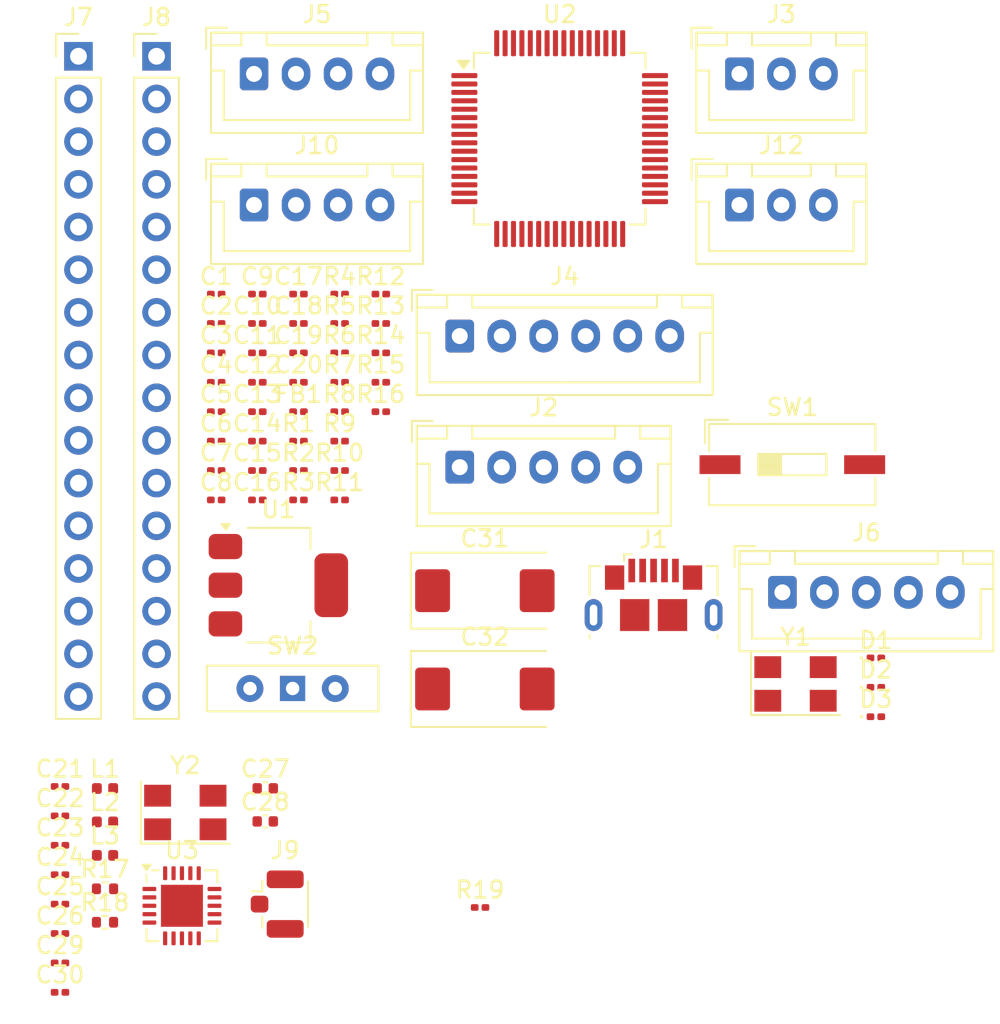
<source format=kicad_pcb>
(kicad_pcb (version 20240108) (generator "pcbnew") (generator_version "8.0")
  (layers (0 "F.Cu" signal) (31 "B.Cu" signal) (34 "B.Paste" user) (35 "F.Paste" user) (36 "B.SilkS" user "B.Silkscreen") (37 "F.SilkS" user "F.Silkscreen") (38 "B.Mask" user) (39 "F.Mask" user) (44 "Edge.Cuts" user))
  (net 0 "")
  (net 1 "+3.3V")
  (net 2 "GND")
  (net 3 "+3.3VA")
  (net 4 "/nRST")
  (net 5 "Net-(U2-VCAP_2)")
  (net 6 "Net-(U2-VCAP_1)")
  (net 7 "Net-(C13-Pad1)")
  (net 8 "Net-(C14-Pad1)")
  (net 9 "+5V")
  (net 10 "/Motor Temp")
  (net 11 "/HALL_A")
  (net 12 "/HALL_B")
  (net 13 "/HALL_C")
  (net 14 "Net-(U3-DVDD)")
  (net 15 "Net-(U3-XC2)")
  (net 16 "Net-(U3-XC1)")
  (net 17 "Net-(J9-In)")
  (net 18 "Net-(C27-Pad1)")
  (net 19 "Net-(U3-VDD_PA)")
  (net 20 "Net-(D1-K)")
  (net 21 "/LED_GREEN")
  (net 22 "Net-(D2-K)")
  (net 23 "Net-(D3-K)")
  (net 24 "/LED_BLUE")
  (net 25 "Net-(J1-D+)")
  (net 26 "Net-(J1-VBUS)")
  (net 28 "Net-(J1-D-)")
  (net 29 "/SWDIO")
  (net 30 "/SWCLK")
  (net 31 "/ADC_15")
  (net 32 "Net-(J4-Pin_3)")
  (net 33 "Net-(J4-Pin_2)")
  (net 34 "Net-(J4-Pin_4)")
  (net 35 "/SCL")
  (net 36 "/SDA")
  (net 37 "/S810_CLK")
  (net 38 "/Battery_Level")
  (net 39 "/PB2")
  (net 40 "/Mosfet_temp")
  (net 41 "/Current_Phase_A")
  (net 42 "/Current_Phase_B")
  (net 43 "/Voltage_2")
  (net 44 "/Voltage_1")
  (net 45 "/Current_Phase_C")
  (net 46 "/PC14")
  (net 47 "/PC13")
  (net 49 "/Voltage_3")
  (net 50 "/PC15")
  (net 51 "/input_HC")
  (net 52 "/FAULT")
  (net 53 "/PD2")
  (net 54 "/EN_GATE")
  (net 55 "/SPI3_MOSI")
  (net 56 "/input_HB")
  (net 57 "/PC9")
  (net 58 "/input_LC")
  (net 59 "/input_LA")
  (net 60 "/input_LB")
  (net 61 "/SPI3_MISO")
  (net 62 "/input_HA")
  (net 63 "/SPI3_CS")
  (net 64 "/SPI3_SCLK")
  (net 65 "/BrakeR_EXTI3")
  (net 66 "/BrakeL_EXTI2")
  (net 67 "/PAS_EXTI1")
  (net 68 "Net-(U3-ANT2)")
  (net 69 "Net-(U3-ANT1)")
  (net 70 "Net-(U2-BOOT0)")
  (net 71 "/SW_Boot0")
  (net 72 "Net-(U2-PH1)")
  (net 73 "Net-(U2-PH0)")
  (net 74 "/USB_DM")
  (net 75 "/USB_DP")
  (net 76 "Net-(U3-IREF)")
  (net 77 "/S810_TX")
  (net 78 "/nrf_SCK")
  (net 79 "/S810_RX")
  (net 80 "/nrf_CSN")
  (net 81 "/nrf_MISO")
  (net 82 "/nrf_MOSI")
  (net 83 "/nrf/IRQ")
  (footprint "Resistor_SMD:R_0201_0603Metric" (layer "F.Cu") (at 144.345 100.5)
    (property "Reference" "R2" (at 0 -1.05 0) (layer "F.SilkS"))
    (property "Value" "0R")
    (pad "1" smd roundrect (at -0.32 0) (size 0.46 0.4) (layers "F.Cu" "F.Mask") (net 8 "Net-(C14-Pad1)"))
    (pad "2" smd roundrect (at 0.32 0) (size 0.46 0.4) (layers "F.Cu" "F.Mask") (net 72 "Net-(U2-PH1)"))
  )
  (footprint "Capacitor_SMD:C_0201_0603Metric" (layer "F.Cu") (at 139.445 102.25)
    (property "Reference" "C8" (at 0 -1.05 0) (layer "F.SilkS"))
    (property "Value" "1u")
    (pad "1" smd roundrect (at -0.32 0) (size 0.46 0.4) (layers "F.Cu" "F.Mask") (net 3 "+3.3VA"))
    (pad "2" smd roundrect (at 0.32 0) (size 0.46 0.4) (layers "F.Cu" "F.Mask") (net 2 "GND"))
  )
  (footprint "Capacitor_SMD:C_0201_0603Metric" (layer "F.Cu") (at 144.345 95.25)
    (property "Reference" "C20" (at 0 -1.05 0) (layer "F.SilkS"))
    (property "Value" "4.7n")
    (pad "1" smd roundrect (at -0.32 0) (size 0.46 0.4) (layers "F.Cu" "F.Mask") (net 13 "/HALL_C"))
    (pad "2" smd roundrect (at 0.32 0) (size 0.46 0.4) (layers "F.Cu" "F.Mask") (net 2 "GND"))
  )
  (footprint "Capacitor_SMD:C_0201_0603Metric" (layer "F.Cu") (at 130.145 128.05)
    (property "Reference" "C26" (at 0 -1.05 0) (layer "F.SilkS"))
    (property "Value" "100n")
    (pad "1" smd roundrect (at -0.32 0) (size 0.46 0.4) (layers "F.Cu" "F.Mask") (net 1 "+3.3V"))
    (pad "2" smd roundrect (at 0.32 0) (size 0.46 0.4) (layers "F.Cu" "F.Mask") (net 2 "GND"))
  )
  (footprint "Capacitor_SMD:C_0201_0603Metric" (layer "F.Cu") (at 139.445 93.5)
    (property "Reference" "C3" (at 0 -1.05 0) (layer "F.SilkS"))
    (property "Value" "100n")
    (pad "1" smd roundrect (at -0.32 0) (size 0.46 0.4) (layers "F.Cu" "F.Mask") (net 1 "+3.3V"))
    (pad "2" smd roundrect (at 0.32 0) (size 0.46 0.4) (layers "F.Cu" "F.Mask") (net 2 "GND"))
  )
  (footprint "Connector_JST:JST_XH_B6B-XH-A_1x06_P2.50mm_Vertical" (layer "F.Cu") (at 153.945 92.5)
    (property "Reference" "J4" (at 6.25 -3.55 0) (layer "F.SilkS"))
    (property "Value" "Conn_01x06")
    (pad "1" thru_hole roundrect (at 0 0) (size 1.7 1.95) (drill 0.95) (layers "*.Cu" "*.Mask") (roundrect_rratio 0.147059) (net 2 "GND"))
    (pad "2" thru_hole oval (at 2.5 0) (size 1.7 1.95) (drill 0.95) (layers "*.Cu" "*.Mask") (net 33 "Net-(J4-Pin_2)"))
    (pad "3" thru_hole oval (at 5 0) (size 1.7 1.95) (drill 0.95) (layers "*.Cu" "*.Mask") (net 32 "Net-(J4-Pin_3)"))
    (pad "4" thru_hole oval (at 7.5 0) (size 1.7 1.95) (drill 0.95) (layers "*.Cu" "*.Mask") (net 34 "Net-(J4-Pin_4)"))
    (pad "5" thru_hole oval (at 10 0) (size 1.7 1.95) (drill 0.95) (layers "*.Cu" "*.Mask") (net 10 "/Motor Temp"))
    (pad "6" thru_hole oval (at 12.5 0) (size 1.7 1.95) (drill 0.95) (layers "*.Cu" "*.Mask") (net 9 "+5V"))
  )
  (footprint "Capacitor_SMD:C_0201_0603Metric" (layer "F.Cu") (at 141.895 95.25)
    (property "Reference" "C12" (at 0 -1.05 0) (layer "F.SilkS"))
    (property "Value" "2.2u")
    (pad "1" smd roundrect (at -0.32 0) (size 0.46 0.4) (layers "F.Cu" "F.Mask") (net 6 "Net-(U2-VCAP_1)"))
    (pad "2" smd roundrect (at 0.32 0) (size 0.46 0.4) (layers "F.Cu" "F.Mask") (net 2 "GND"))
  )
  (footprint "Resistor_SMD:R_0201_0603Metric" (layer "F.Cu") (at 149.245 95.25)
    (property "Reference" "R15" (at 0 -1.05 0) (layer "F.SilkS"))
    (property "Value" "2.2k")
    (pad "1" smd roundrect (at -0.32 0) (size 0.46 0.4) (layers "F.Cu" "F.Mask") (net 1 "+3.3V"))
    (pad "2" smd roundrect (at 0.32 0) (size 0.46 0.4) (layers "F.Cu" "F.Mask") (net 33 "Net-(J4-Pin_2)"))
  )
  (footprint "Button_Switch_SMD:SW_DIP_SPSTx01_Slide_9.78x4.72mm_W8.61mm_P2.54mm" (layer "F.Cu") (at 173.745 100.15)
    (property "Reference" "SW1" (at 0 -3.42 0) (layer "F.SilkS"))
    (property "Value" "SW_DIP_x01")
    (pad "1" smd rect (at -4.305 0) (size 2.44 1.12) (layers "F.Cu" "F.Paste" "F.Mask") (net 2 "GND"))
    (pad "2" smd rect (at 4.305 0) (size 2.44 1.12) (layers "F.Cu" "F.Paste" "F.Mask") (net 4 "/nRST"))
  )
  (footprint "Capacitor_Tantalum_SMD:CP_EIA-7343-31_Kemet-D" (layer "F.Cu") (at 155.44 113.5)
    (property "Reference" "C32" (at 0 -3.1 0) (layer "F.SilkS"))
    (property "Value" "22u")
    (pad "1" smd roundrect (at -3.1125 0) (size 2.075 2.55) (layers "F.Cu" "F.Paste" "F.Mask") (roundrect_rratio 0.120482) (net 9 "+5V"))
    (pad "2" smd roundrect (at 3.1125 0) (size 2.075 2.55) (layers "F.Cu" "F.Paste" "F.Mask") (roundrect_rratio 0.120482) (net 2 "GND"))
  )
  (footprint "Resistor_SMD:R_0201_0603Metric" (layer "F.Cu") (at 146.795 93.5)
    (property "Reference" "R6" (at 0 -1.05 0) (layer "F.SilkS"))
    (property "Value" "22R")
    (pad "1" smd roundrect (at -0.32 0) (size 0.46 0.4) (layers "F.Cu" "F.Mask") (net 75 "/USB_DP"))
    (pad "2" smd roundrect (at 0.32 0) (size 0.46 0.4) (layers "F.Cu" "F.Mask") (net 25 "Net-(J1-D+)"))
  )
  (footprint "Capacitor_SMD:C_0402_1005Metric" (layer "F.Cu") (at 142.365 119.41)
    (property "Reference" "C27" (at 0 -1.16 0) (layer "F.SilkS"))
    (property "Value" "1.5p")
    (pad "1" smd roundrect (at -0.48 0) (size 0.56 0.62) (layers "F.Cu" "F.Paste" "F.Mask") (net 18 "Net-(C27-Pad1)"))
    (pad "2" smd roundrect (at 0.48 0) (size 0.56 0.62) (layers "F.Cu" "F.Paste" "F.Mask") (net 17 "Net-(J9-In)"))
  )
  (footprint "LED_SMD:LED_0201_0603Metric" (layer "F.Cu") (at 178.72 113.4)
    (property "Reference" "D2" (at 0 -1.05 0) (layer "F.SilkS"))
    (property "Value" "LED_GREEN")
    (pad "1" smd roundrect (at -0.32 0) (size 0.46 0.4) (layers "F.Cu" "F.Mask") (net 22 "Net-(D2-K)"))
    (pad "2" smd roundrect (at 0.32 0) (size 0.46 0.4) (layers "F.Cu" "F.Mask") (net 21 "/LED_GREEN"))
  )
  (footprint "Capacitor_SMD:C_0201_0603Metric" (layer "F.Cu") (at 130.145 122.8)
    (property "Reference" "C23" (at 0 -1.05 0) (layer "F.SilkS"))
    (property "Value" "100n")
    (pad "1" smd roundrect (at -0.32 0) (size 0.46 0.4) (layers "F.Cu" "F.Mask") (net 1 "+3.3V"))
    (pad "2" smd roundrect (at 0.32 0) (size 0.46 0.4) (layers "F.Cu" "F.Mask") (net 2 "GND"))
  )
  (footprint "Capacitor_SMD:C_0201_0603Metric" (layer "F.Cu") (at 144.345 93.5)
    (property "Reference" "C19" (at 0 -1.05 0) (layer "F.SilkS"))
    (property "Value" "4.7n")
    (pad "1" smd roundrect (at -0.32 0) (size 0.46 0.4) (layers "F.Cu" "F.Mask") (net 12 "/HALL_B"))
    (pad "2" smd roundrect (at 0.32 0) (size 0.46 0.4) (layers "F.Cu" "F.Mask") (net 2 "GND"))
  )
  (footprint "Capacitor_SMD:C_0201_0603Metric" (layer "F.Cu") (at 139.445 97)
    (property "Reference" "C5" (at 0 -1.05 0) (layer "F.SilkS"))
    (property "Value" "100n")
    (pad "1" smd roundrect (at -0.32 0) (size 0.46 0.4) (layers "F.Cu" "F.Mask") (net 1 "+3.3V"))
    (pad "2" smd roundrect (at 0.32 0) (size 0.46 0.4) (layers "F.Cu" "F.Mask") (net 2 "GND"))
  )
  (footprint "Capacitor_SMD:C_0201_0603Metric" (layer "F.Cu") (at 141.895 97)
    (property "Reference" "C13" (at 0 -1.05 0) (layer "F.SilkS"))
    (property "Value" "15p")
    (pad "1" smd roundrect (at -0.32 0) (size 0.46 0.4) (layers "F.Cu" "F.Mask") (net 7 "Net-(C13-Pad1)"))
    (pad "2" smd roundrect (at 0.32 0) (size 0.46 0.4) (layers "F.Cu" "F.Mask") (net 2 "GND"))
  )
  (footprint "Crystal:Crystal_SMD_5032-4Pin_5.0x3.2mm" (layer "F.Cu") (at 173.935 113.2)
    (property "Reference" "Y1" (at 0 -2.8 0) (layer "F.SilkS"))
    (property "Value" "8Mhz 10ppm")
    (pad "1" smd rect (at -1.65 1) (size 1.6 1.3) (layers "F.Cu" "F.Paste" "F.Mask") (net 8 "Net-(C14-Pad1)"))
    (pad "2" smd rect (at 1.65 1) (size 1.6 1.3) (layers "F.Cu" "F.Paste" "F.Mask") (net 2 "GND"))
    (pad "3" smd rect (at 1.65 -1) (size 1.6 1.3) (layers "F.Cu" "F.Paste" "F.Mask") (net 7 "Net-(C13-Pad1)"))
    (pad "4" smd rect (at -1.65 -1) (size 1.6 1.3) (layers "F.Cu" "F.Paste" "F.Mask") (net 2 "GND"))
  )
  (footprint "Connector_PinHeader_2.54mm:PinHeader_1x16_P2.54mm_Vertical" (layer "F.Cu") (at 135.895 75.85)
    (property "Reference" "J8" (at 0 -2.33 0) (layer "F.SilkS"))
    (property "Value" "Conn_01x16")
    (pad "1" thru_hole rect (at 0 0) (size 1.7 1.7) (drill 1) (layers "*.Cu" "*.Mask") (net 59 "/input_LA"))
    (pad "2" thru_hole oval (at 0 2.54) (size 1.7 1.7) (drill 1) (layers "*.Cu" "*.Mask") (net 60 "/input_LB"))
    (pad "3" thru_hole oval (at 0 5.08) (size 1.7 1.7) (drill 1) (layers "*.Cu" "*.Mask") (net 58 "/input_LC"))
    (pad "4" thru_hole oval (at 0 7.62) (size 1.7 1.7) (drill 1) (layers "*.Cu" "*.Mask") (net 57 "/PC9"))
    (pad "5" thru_hole oval (at 0 10.16) (size 1.7 1.7) (drill 1) (layers "*.Cu" "*.Mask") (net 62 "/input_HA"))
    (pad "6" thru_hole oval (at 0 12.7) (size 1.7 1.7) (drill 1) (layers "*.Cu" "*.Mask") (net 56 "/input_HB"))
    (pad "7" thru_hole oval (at 0 15.24) (size 1.7 1.7) (drill 1) (layers "*.Cu" "*.Mask") (net 51 "/input_HC"))
    (pad "8" thru_hole oval (at 0 17.78) (size 1.7 1.7) (drill 1) (layers "*.Cu" "*.Mask") (net 63 "/SPI3_CS"))
    (pad "9" thru_hole oval (at 0 20.32) (size 1.7 1.7) (drill 1) (layers "*.Cu" "*.Mask") (net 64 "/SPI3_SCLK"))
    (pad "10" thru_hole oval (at 0 22.86) (size 1.7 1.7) (drill 1) (layers "*.Cu" "*.Mask") (net 61 "/SPI3_MISO"))
    (pad "11" thru_hole oval (at 0 25.4) (size 1.7 1.7) (drill 1) (layers "*.Cu" "*.Mask") (net 55 "/SPI3_MOSI"))
    (pad "12" thru_hole oval (at 0 27.94) (size 1.7 1.7) (drill 1) (layers "*.Cu" "*.Mask") (net 53 "/PD2"))
    (pad "13" thru_hole oval (at 0 30.48) (size 1.7 1.7) (drill 1) (layers "*.Cu" "*.Mask") (net 54 "/EN_GATE"))
    (pad "14" thru_hole oval (at 0 33.02) (size 1.7 1.7) (drill 1) (layers "*.Cu" "*.Mask") (net 52 "/FAULT"))
    (pad "15" thru_hole oval (at 0 35.56) (size 1.7 1.7) (drill 1) (layers "*.Cu" "*.Mask") (net 1 "+3.3V"))
    (pad "16" thru_hole oval (at 0 38.1) (size 1.7 1.7) (drill 1) (layers "*.Cu" "*.Mask") (net 9 "+5V"))
  )
  (footprint "Capacitor_SMD:C_0201_0603Metric" (layer "F.Cu") (at 141.895 91.75)
    (property "Reference" "C10" (at 0 -1.05 0) (layer "F.SilkS"))
    (property "Value" "100n")
    (pad "1" smd roundrect (at -0.32 0) (size 0.46 0.4) (layers "F.Cu" "F.Mask") (net 4 "/nRST"))
    (pad "2" smd roundrect (at 0.32 0) (size 0.46 0.4) (layers "F.Cu" "F.Mask") (net 2 "GND"))
  )
  (footprint "Connector_JST:JST_XH_B3B-XH-A_1x03_P2.50mm_Vertical" (layer "F.Cu") (at 170.595 84.7)
    (property "Reference" "J12" (at 2.5 -3.55 0) (layer "F.SilkS"))
    (property "Value" "Conn_01x03")
    (pad "1" thru_hole roundrect (at 0 0) (size 1.7 1.95) (drill 0.95) (layers "*.Cu" "*.Mask") (roundrect_rratio 0.147059) (net 2 "GND"))
    (pad "2" thru_hole oval (at 2.5 0) (size 1.7 1.95) (drill 0.95) (layers "*.Cu" "*.Mask") (net 67 "/PAS_EXTI1"))
    (pad "3" thru_hole oval (at 5 0) (size 1.7 1.95) (drill 0.95) (layers "*.Cu" "*.Mask") (net 9 "+5V"))
  )
  (footprint "Inductor_SMD:L_0402_1005Metric" (layer "F.Cu") (at 132.825 119.42)
    (property "Reference" "L1" (at 0 -1.17 0) (layer "F.SilkS"))
    (property "Value" "8.2n")
    (pad "1" smd roundrect (at -0.485 0) (size 0.59 0.64) (layers "F.Cu" "F.Paste" "F.Mask") (net 68 "Net-(U3-ANT2)"))
    (pad "2" smd roundrect (at 0.485 0) (size 0.59 0.64) (layers "F.Cu" "F.Paste" "F.Mask") (net 69 "Net-(U3-ANT1)"))
  )
  (footprint "LED_SMD:LED_0201_0603Metric" (layer "F.Cu") (at 178.72 111.65)
    (property "Reference" "D1" (at 0 -1.05 0) (layer "F.SilkS"))
    (property "Value" "LED_RED")
    (pad "1" smd roundrect (at -0.32 0) (size 0.46 0.4) (layers "F.Cu" "F.Mask") (net 20 "Net-(D1-K)"))
    (pad "2" smd roundrect (at 0.32 0) (size 0.46 0.4) (layers "F.Cu" "F.Mask") (net 1 "+3.3V"))
  )
  (footprint "Resistor_SMD:R_0201_0603Metric" (layer "F.Cu") (at 146.795 91.75)
    (property "Reference" "R5" (at 0 -1.05 0) (layer "F.SilkS"))
    (property "Value" "22R")
    (pad "1" smd roundrect (at -0.32 0) (size 0.46 0.4) (layers "F.Cu" "F.Mask") (net 74 "/USB_DM"))
    (pad "2" smd roundrect (at 0.32 0) (size 0.46 0.4) (layers "F.Cu" "F.Mask") (net 28 "Net-(J1-D-)"))
  )
  (footprint "Package_DFN_QFN:QFN-20-1EP_4x4mm_P0.5mm_EP2.5x2.5mm" (layer "F.Cu") (at 137.405 126.4)
    (property "Reference" "U3" (at 0 -3.3 0) (layer "F.SilkS"))
    (property "Value" "nRF24L01P")
    (pad "1" smd roundrect (at -1.9375 -1) (size 0.825 0.25) (layers "F.Cu" "F.Paste" "F.Mask") (net 1 "+3.3V"))
    (pad "2" smd roundrect (at -1.9375 -0.5) (size 0.825 0.25) (layers "F.Cu" "F.Paste" "F.Mask") (net 80 "/nrf_CSN"))
    (pad "3" smd roundrect (at -1.9375 0) (size 0.825 0.25) (layers "F.Cu" "F.Paste" "F.Mask") (net 78 "/nrf_SCK"))
    (pad "4" smd roundrect (at -1.9375 0.5) (size 0.825 0.25) (layers "F.Cu" "F.Paste" "F.Mask") (net 82 "/nrf_MOSI"))
    (pad "5" smd roundrect (at -1.9375 1) (size 0.825 0.25) (layers "F.Cu" "F.Paste" "F.Mask") (net 81 "/nrf_MISO"))
    (pad "6" smd roundrect (at -1 1.9375) (size 0.25 0.825) (layers "F.Cu" "F.Paste" "F.Mask") (net 83 "/nrf/IRQ"))
    (pad "7" smd roundrect (at -0.5 1.9375) (size 0.25 0.825) (layers "F.Cu" "F.Paste" "F.Mask") (net 1 "+3.3V"))
    (pad "8" smd roundrect (at 0 1.9375) (size 0.25 0.825) (layers "F.Cu" "F.Paste" "F.Mask") (net 2 "GND"))
    (pad "9" smd roundrect (at 0.5 1.9375) (size 0.25 0.825) (layers "F.Cu" "F.Paste" "F.Mask") (net 15 "Net-(U3-XC2)"))
    (pad "10" smd roundrect (at 1 1.9375) (size 0.25 0.825) (layers "F.Cu" "F.Paste" "F.Mask") (net 16 "Net-(U3-XC1)"))
    (pad "11" smd roundrect (at 1.9375 1) (size 0.825 0.25) (layers "F.Cu" "F.Paste" "F.Mask") (net 19 "Net-(U3-VDD_PA)"))
    (pad "12" smd roundrect (at 1.9375 0.5) (size 0.825 0.25) (layers "F.Cu" "F.Paste" "F.Mask") (net 69 "Net-(U3-ANT1)"))
    (pad "13" smd roundrect (at 1.9375 0) (size 0.825 0.25) (layers "F.Cu" "F.Paste" "F.Mask") (net 68 "Net-(U3-ANT2)"))
    (pad "14" smd roundrect (at 1.9375 -0.5) (size 0.825 0.25) (layers "F.Cu" "F.Paste" "F.Mask") (net 2 "GND"))
    (pad "15" smd roundrect (at 1.9375 -1) (size 0.825 0.25) (layers "F.Cu" "F.Paste" "F.Mask") (net 1 "+3.3V"))
    (pad "16" smd roundrect (at 1 -1.9375) (size 0.25 0.825) (layers "F.Cu" "F.Paste" "F.Mask") (net 76 "Net-(U3-IREF)"))
    (pad "17" smd roundrect (at 0.5 -1.9375) (size 0.25 0.825) (layers "F.Cu" "F.Paste" "F.Mask") (net 1 "+3.3V"))
    (pad "18" smd roundrect (at 0 -1.9375) (size 0.25 0.825) (layers "F.Cu" "F.Paste" "F.Mask") (net 2 "GND"))
    (pad "19" smd roundrect (at -0.5 -1.9375) (size 0.25 0.825) (layers "F.Cu" "F.Paste" "F.Mask") (net 14 "Net-(U3-DVDD)"))
    (pad "20" smd roundrect (at -1 -1.9375) (size 0.25 0.825) (layers "F.Cu" "F.Paste" "F.Mask") (net 2 "GND"))
    (pad "21" smd rect (at 0 0) (size 2.5 2.5) (property pad_prop_heatsink) (layers "F.Cu" "F.Mask") (net 2 "GND"))
  )
  (footprint "Inductor_SMD:L_0201_0603Metric" (layer "F.Cu") (at 144.345 97)
    (property "Reference" "FB1" (at 0 -1.05 0) (layer "F.SilkS"))
    (property "Value" "120R")
    (pad "1" smd roundrect (at -0.32 0) (size 0.46 0.4) (layers "F.Cu" "F.Mask") (net 3 "+3.3VA"))
    (pad "2" smd roundrect (at 0.32 0) (size 0.46 0.4) (layers "F.Cu" "F.Mask") (net 1 "+3.3V"))
  )
  (footprint "Capacitor_SMD:C_0201_0603Metric" (layer "F.Cu") (at 130.145 131.55)
    (property "Reference" "C30" (at 0 -1.05 0) (layer "F.SilkS"))
    (property "Value" "4.7p")
    (pad "1" smd roundrect (at -0.32 0) (size 0.46 0.4) (layers "F.Cu" "F.Mask") (net 19 "Net-(U3-VDD_PA)"))
    (pad "2" smd roundrect (at 0.32 0) (size 0.46 0.4) (layers "F.Cu" "F.Mask") (net 2 "GND"))
  )
  (footprint "Resistor_SMD:R_0201_0603Metric" (layer "F.Cu") (at 146.795 102.25)
    (property "Reference" "R11" (at 0 -1.05 0) (layer "F.SilkS"))
    (property "Value" "10k")
    (pad "1" smd roundrect (at -0.32 0) (size 0.46 0.4) (layers "F.Cu" "F.Mask") (net 32 "Net-(J4-Pin_3)"))
    (pad "2" smd roundrect (at 0.32 0) (size 0.46 0.4) (layers "F.Cu" "F.Mask") (net 12 "/HALL_B"))
  )
  (footprint "Resistor_SMD:R_0402_1005Metric" (layer "F.Cu") (at 132.825 125.39)
    (property "Reference" "R17" (at 0 -1.17 0) (layer "F.SilkS"))
    (property "Value" "22K")
    (pad "1" smd roundrect (at -0.51 0) (size 0.54 0.64) (layers "F.Cu" "F.Paste" "F.Mask") (net 2 "GND"))
    (pad "2" smd roundrect (at 0.51 0) (size 0.54 0.64) (layers "F.Cu" "F.Paste" "F.Mask") (net 76 "Net-(U3-IREF)"))
  )
  (footprint "Capacitor_SMD:C_0201_0603Metric" (layer "F.Cu") (at 144.345 90)
    (property "Reference" "C17" (at 0 -1.05 0) (layer "F.SilkS"))
    (property "Value" "4.7n")
    (pad "1" smd roundrect (at -0.32 0) (size 0.46 0.4) (layers "F.Cu" "F.Mask") (net 10 "/Motor Temp"))
    (pad "2" smd roundrect (at 0.32 0) (size 0.46 0.4) (layers "F.Cu" "F.Mask") (net 2 "GND"))
  )
  (footprint "Resistor_SMD:R_0201_0603Metric" (layer "F.Cu") (at 155.155 126.5)
    (property "Reference" "R19" (at 0 -1.05 0) (layer "F.SilkS"))
    (property "Value" "10k")
    (pad "1" smd roundrect (at -0.32 0) (size 0.46 0.4) (layers "F.Cu" "F.Mask") (net 2 "GND"))
    (pad "2" smd roundrect (at 0.32 0) (size 0.46 0.4) (layers "F.Cu" "F.Mask") (net 67 "/PAS_EXTI1"))
  )
  (footprint "Button_Switch_THT:SW_Slide-03_Wuerth-WS-SLTV_10x2.5x6.4_P2.54mm" (layer "F.Cu") (at 143.995 113.47)
    (property "Reference" "SW2" (at 0 -2.54 0) (layer "F.SilkS"))
    (property "Value" "SW_SPDT")
    (pad "1" thru_hole rect (at 0 0) (size 1.5 1.5) (drill 0.8) (layers "*.Cu" "*.Mask") (net 2 "GND"))
    (pad "2" thru_hole circle (at -2.54 0) (size 1.6 1.6) (drill 0.8) (layers "*.Cu" "*.Mask") (net 71 "/SW_Boot0"))
    (pad "3" thru_hole circle (at 2.54 0) (size 1.6 1.6) (drill 0.8) (layers "*.Cu" "*.Mask") (net 1 "+3.3V"))
  )
  (footprint "Crystal:Crystal_SMD_5032-4Pin_5.0x3.2mm" (layer "F.Cu") (at 137.605 120.85)
    (property "Reference" "Y2" (at 0 -2.8 0) (layer "F.SilkS"))
    (property "Value" "16Mhz")
    (pad "1" smd rect (at -1.65 1) (size 1.6 1.3) (layers "F.Cu" "F.Paste" "F.Mask") (net 16 "Net-(U3-XC1)"))
    (pad "2" smd rect (at 1.65 1) (size 1.6 1.3) (layers "F.Cu" "F.Paste" "F.Mask") (net 2 "GND"))
    (pad "3" smd rect (at 1.65 -1) (size 1.6 1.3) (layers "F.Cu" "F.Paste" "F.Mask") (net 15 "Net-(U3-XC2)"))
    (pad "4" smd rect (at -1.65 -1) (size 1.6 1.3) (layers "F.Cu" "F.Paste" "F.Mask") (net 2 "GND"))
  )
  (footprint "Capacitor_SMD:C_0201_0603Metric" (layer "F.Cu") (at 130.145 121.05)
    (property "Reference" "C22" (at 0 -1.05 0) (layer "F.SilkS"))
    (property "Value" "100n")
    (pad "1" smd roundrect (at -0.32 0) (size 0.46 0.4) (layers "F.Cu" "F.Mask") (net 1 "+3.3V"))
    (pad "2" smd roundrect (at 0.32 0) (size 0.46 0.4) (layers "F.Cu" "F.Mask") (net 2 "GND"))
  )
  (footprint "Resistor_SMD:R_0402_1005Metric" (layer "F.Cu") (at 132.825 127.38)
    (property "Reference" "R18" (at 0 -1.17 0) (layer "F.SilkS"))
    (property "Value" "1M")
    (pad "1" smd roundrect (at -0.51 0) (size 0.54 0.64) (layers "F.Cu" "F.Paste" "F.Mask") (net 16 "Net-(U3-XC1)"))
    (pad "2" smd roundrect (at 0.51 0) (size 0.54 0.64) (layers "F.Cu" "F.Paste" "F.Mask") (net 15 "Net-(U3-XC2)"))
  )
  (footprint "Inductor_SMD:L_0402_1005Metric" (layer "F.Cu") (at 132.825 123.4)
    (property "Reference" "L3" (at 0 -1.17 0) (layer "F.SilkS"))
    (property "Value" "2.7n")
    (pad "1" smd roundrect (at -0.485 0) (size 0.59 0.64) (layers "F.Cu" "F.Paste" "F.Mask") (net 19 "Net-(U3-VDD_PA)"))
    (pad "2" smd roundrect (at 0.485 0) (size 0.59 0.64) (layers "F.Cu" "F.Paste" "F.Mask") (net 69 "Net-(U3-ANT1)"))
  )
  (footprint "Connector_Coaxial:U.FL_Hirose_U.FL-R-SMT-1_Vertical" (layer "F.Cu") (at 143.075 126.3)
    (property "Reference" "J9" (at 0.475 -3.2 0) (layer "F.SilkS"))
    (property "Value" "Conn_Coaxial")
    (pad "1" smd roundrect (at -1.05 0) (size 1.05 1) (layers "F.Cu" "F.Paste" "F.Mask") (net 17 "Net-(J9-In)"))
    (pad "2" smd roundrect (at 0.475 -1.475) (size 2.2 1.05) (layers "F.Cu" "F.Paste" "F.Mask") (roundrect_rratio 0.2380952381) (net 2 "GND"))
    (pad "2" smd roundrect (at 0.475 1.475) (size 2.2 1.05) (layers "F.Cu" "F.Paste" "F.Mask") (roundrect_rratio 0.2380952381) (net 2 "GND"))
  )
  (footprint "Capacitor_SMD:C_0201_0603Metric" (layer "F.Cu") (at 139.445 98.75)
    (property "Reference" "C6" (at 0 -1.05 0) (layer "F.SilkS"))
    (property "Value" "100n")
    (pad "1" smd roundrect (at -0.32 0) (size 0.46 0.4) (layers "F.Cu" "F.Mask") (net 1 "+3.3V"))
    (pad "2" smd roundrect (at 0.32 0) (size 0.46 0.4) (layers "F.Cu" "F.Mask") (net 2 "GND"))
  )
  (footprint "LED_SMD:LED_0201_0603Metric" (layer "F.Cu") (at 178.72 115.15)
    (property "Reference" "D3" (at 0 -1.05 0) (layer "F.SilkS"))
    (property "Value" "LED_BLUE")
    (pad "1" smd roundrect (at -0.32 0) (size 0.46 0.4) (layers "F.Cu" "F.Mask") (net 23 "Net-(D3-K)"))
    (pad "2" smd roundrect (at 0.32 0) (size 0.46 0.4) (layers "F.Cu" "F.Mask") (net 24 "/LED_BLUE"))
  )
  (footprint "Connector_JST:JST_XH_B3B-XH-A_1x03_P2.50mm_Vertical" (layer "F.Cu") (at 170.595 76.9)
    (property "Reference" "J3" (at 2.5 -3.55 0) (layer "F.SilkS"))
    (property "Value" "Conn_01x03")
    (pad "1" thru_hole roundrect (at 0 0) (size 1.7 1.95) (drill 0.95) (layers "*.Cu" "*.Mask") (roundrect_rratio 0.147059) (net 2 "GND"))
    (pad "2" thru_hole oval (at 2.5 0) (size 1.7 1.95) (drill 0.95) (layers "*.Cu" "*.Mask") (net 31 "/ADC_15"))
    (pad "3" thru_hole oval (at 5 0) (size 1.7 1.95) (drill 0.95) (layers "*.Cu" "*.Mask") (net 9 "+5V"))
  )
  (footprint "Resistor_SMD:R_0201_0603Metric" (layer "F.Cu") (at 149.245 97)
    (property "Reference" "R16" (at 0 -1.05 0) (layer "F.SilkS"))
    (property "Value" "10k")
    (pad "1" smd roundrect (at -0.32 0) (size 0.46 0.4) (layers "F.Cu" "F.Mask") (net 10 "/Motor Temp"))
    (pad "2" smd roundrect (at 0.32 0) (size 0.46 0.4) (layers "F.Cu" "F.Mask") (net 1 "+3.3V"))
  )
  (footprint "Capacitor_SMD:C_0201_0603Metric" (layer "F.Cu") (at 139.445 90)
    (property "Reference" "C1" (at 0 -1.05 0) (layer "F.SilkS"))
    (property "Value" "10u")
    (pad "1" smd roundrect (at -0.32 0) (size 0.46 0.4) (layers "F.Cu" "F.Mask") (net 1 "+3.3V"))
    (pad "2" smd roundrect (at 0.32 0) (size 0.46 0.4) (layers "F.Cu" "F.Mask") (net 2 "GND"))
  )
  (footprint "Resistor_SMD:R_0201_0603Metric" (layer "F.Cu") (at 144.345 102.25)
    (property "Reference" "R3" (at 0 -1.05 0) (layer "F.SilkS"))
    (property "Value" "0R")
    (pad "1" smd roundrect (at -0.32 0) (size 0.46 0.4) (layers "F.Cu" "F.Mask") (net 7 "Net-(C13-Pad1)"))
    (pad "2" smd roundrect (at 0.32 0) (size 0.46 0.4) (layers "F.Cu" "F.Mask") (net 73 "Net-(U2-PH0)"))
  )
  (footprint "Connector_JST:JST_XH_B4B-XH-A_1x04_P2.50mm_Vertical" (layer "F.Cu") (at 141.695 76.9)
    (property "Reference" "J5" (at 3.75 -3.55 0) (layer "F.SilkS"))
    (property "Value" "Conn_01x04")
    (pad "1" thru_hole roundrect (at 0 0) (size 1.7 1.95) (drill 0.95) (layers "*.Cu" "*.Mask") (roundrect_rratio 0.147059) (net 2 "GND"))
    (pad "2" thru_hole oval (at 2.5 0) (size 1.7 1.95) (drill 0.95) (layers "*.Cu" "*.Mask") (net 36 "/SDA"))
    (pad "3" thru_hole oval (at 5 0) (size 1.7 1.95) (drill 0.95) (layers "*.Cu" "*.Mask") (net 35 "/SCL"))
    (pad "4" thru_hole oval (at 7.5 0) (size 1.7 1.95) (drill 0.95) (layers "*.Cu" "*.Mask") (net 9 "+5V"))
  )
  (footprint "Capacitor_SMD:C_0201_0603Metric" (layer "F.Cu") (at 130.145 129.8)
    (property "Reference" "C29" (at 0 -1.05 0) (layer "F.SilkS"))
    (property "Value" "2.2n")
    (pad "1" smd roundrect (at -0.32 0) (size 0.46 0.4) (layers "F.Cu" "F.Mask") (net 19 "Net-(U3-VDD_PA)"))
    (pad "2" smd roundrect (at 0.32 0) (size 0.46 0.4) (layers "F.Cu" "F.Mask") (net 2 "GND"))
  )
  (footprint "Capacitor_SMD:C_0201_0603Metric" (layer "F.Cu") (at 139.445 91.75)
    (property "Reference" "C2" (at 0 -1.05 0) (layer "F.SilkS"))
    (property "Value" "100n")
    (pad "1" smd roundrect (at -0.32 0) (size 0.46 0.4) (layers "F.Cu" "F.Mask") (net 1 "+3.3V"))
    (pad "2" smd roundrect (at 0.32 0) (size 0.46 0.4) (layers "F.Cu" "F.Mask") (net 2 "GND"))
  )
  (footprint "Resistor_SMD:R_0201_0603Metric" (layer "F.Cu") (at 146.795 90)
    (property "Reference" "R4" (at 0 -1.05 0) (layer "F.SilkS"))
    (property "Value" "0R")
    (pad "1" smd roundrect (at -0.32 0) (size 0.46 0.4) (layers "F.Cu" "F.Mask") (net 9 "+5V"))
    (pad "2" smd roundrect (at 0.32 0) (size 0.46 0.4) (layers "F.Cu" "F.Mask") (net 26 "Net-(J1-VBUS)"))
  )
  (footprint "Resistor_SMD:R_0201_0603Metric" (layer "F.Cu") (at 144.345 98.75)
    (property "Reference" "R1" (at 0 -1.05 0) (layer "F.SilkS"))
    (property "Value" "10k")
    (pad "1" smd roundrect (at -0.32 0) (size 0.46 0.4) (layers "F.Cu" "F.Mask") (net 71 "/SW_Boot0"))
    (pad "2" smd roundrect (at 0.32 0) (size 0.46 0.4) (layers "F.Cu" "F.Mask") (net 70 "Net-(U2-BOOT0)"))
  )
  (footprint "Resistor_SMD:R_0201_0603Metric" (layer "F.Cu") (at 146.795 98.75)
    (property "Reference" "R9" (at 0 -1.05 0) (layer "F.SilkS"))
    (property "Value" "220R")
    (pad "1" smd roundrect (at -0.32 0) (size 0.46 0.4) (layers "F.Cu" "F.Mask") (net 2 "GND"))
    (pad "2" smd roundrect (at 0.32 0) (size 0.46 0.4) (layers "F.Cu" "F.Mask") (net 23 "Net-(D3-K)"))
  )
  (footprint "Capacitor_SMD:C_0201_0603Metric" (layer "F.Cu") (at 141.895 102.25)
    (property "Reference" "C16" (at 0 -1.05 0) (layer "F.SilkS"))
    (property "Value" "1u")
    (pad "1" smd roundrect (at -0.32 0) (size 0.46 0.4) (layers "F.Cu" "F.Mask") (net 1 "+3.3V"))
    (pad "2" smd roundrect (at 0.32 0) (size 0.46 0.4) (layers "F.Cu" "F.Mask") (net 2 "GND"))
  )
  (footprint "Connector_JST:JST_XH_B5B-XH-A_1x05_P2.50mm_Vertical" (layer "F.Cu") (at 153.945 100.3)
    (property "Reference" "J2" (at 5 -3.55 0) (layer "F.SilkS"))
    (property "Value" "Conn_01x05")
    (pad "1" thru_hole roundrect (at 0 0) (size 1.7 1.95) (drill 0.95) (layers "*.Cu" "*.Mask") (roundrect_rratio 0.147059) (net 4 "/nRST"))
    (pad "2" thru_hole oval (at 2.5 0) (size 1.7 1.95) (drill 0.95) (layers "*.Cu" "*.Mask") (net 29 "/SWDIO"))
    (pad "3" thru_hole oval (at 5 0) (size 1.7 1.95) (drill 0.95) (layers "*.Cu" "*.Mask") (net 2 "GND"))
    (pad "4" thru_hole oval (at 7.5 0) (size 1.7 1.95) (drill 0.95) (layers "*.Cu" "*.Mask") (net 30 "/SWCLK"))
    (pad "5" thru_hole oval (at 10 0) (size 1.7 1.95) (drill 0.95) (layers "*.Cu" "*.Mask") (net 1 "+3.3V"))
  )
  (footprint "Resistor_SMD:R_0201_0603Metric" (layer "F.Cu") (at 149.245 93.5)
    (property "Reference" "R14" (at 0 -1.05 0) (layer "F.SilkS"))
    (property "Value" "2.2k")
    (pad "1" smd roundrect (at -0.32 0) (size 0.46 0.4) (layers "F.Cu" "F.Mask") (net 1 "+3.3V"))
    (pad "2" smd roundrect (at 0.32 0) (size 0.46 0.4) (layers "F.Cu" "F.Mask") (net 32 "Net-(J4-Pin_3)"))
  )
  (footprint "Capacitor_SMD:C_0201_0603Metric" (layer "F.Cu") (at 141.895 98.75)
    (property "Reference" "C14" (at 0 -1.05 0) (layer "F.SilkS"))
    (property "Value" "15p")
    (pad "1" smd roundrect (at -0.32 0) (size 0.46 0.4) (layers "F.Cu" "F.Mask") (net 8 "Net-(C14-Pad1)"))
    (pad "2" smd roundrect (at 0.32 0) (size 0.46 0.4) (layers "F.Cu" "F.Mask") (net 2 "GND"))
  )
  (footprint "Capacitor_SMD:C_0201_0603Metric" (layer "F.Cu") (at 130.145 126.3)
    (property "Reference" "C25" (at 0 -1.05 0) (layer "F.SilkS"))
    (property "Value" "15p")
    (pad "1" smd roundrect (at -0.32 0) (size 0.46 0.4) (layers "F.Cu" "F.Mask") (net 16 "Net-(U3-XC1)"))
    (pad "2" smd roundrect (at 0.32 0) (size 0.46 0.4) (layers "F.Cu" "F.Mask") (net 2 "GND"))
  )
  (footprint "Connector_JST:JST_XH_B5B-XH-A_1x05_P2.50mm_Vertical" (layer "F.Cu") (at 173.155 107.75)
    (property "Reference" "J6" (at 5 -3.55 0) (layer "F.SilkS"))
    (property "Value" "Conn_01x05")
    (pad "1" thru_hole roundrect (at 0 0) (size 1.7 1.95) (drill 0.95) (layers "*.Cu" "*.Mask") (roundrect_rratio 0.147059) (net 2 "GND"))
    (pad "2" thru_hole oval (at 2.5 0) (size 1.7 1.95) (drill 0.95) (layers "*.Cu" "*.Mask") (net 37 "/S810_CLK"))
    (pad "3" thru_hole oval (at 5 0) (size 1.7 1.95) (drill 0.95) (layers "*.Cu" "*.Mask") (net 79 "/S810_RX"))
    (pad "4" thru_hole oval (at 7.5 0) (size 1.7 1.95) (drill 0.95) (layers "*.Cu" "*.Mask") (net 77 "/S810_TX"))
    (pad "5" thru_hole oval (at 10 0) (size 1.7 1.95) (drill 0.95) (layers "*.Cu" "*.Mask") (net 9 "+5V"))
  )
  (footprint "Capacitor_SMD:C_0201_0603Metric" (layer "F.Cu") (at 141.895 100.5)
    (property "Reference" "C15" (at 0 -1.05 0) (layer "F.SilkS"))
    (property "Value" "1u")
    (pad "1" smd roundrect (at -0.32 0) (size 0.46 0.4) (layers "F.Cu" "F.Mask") (net 9 "+5V"))
    (pad "2" smd roundrect (at 0.32 0) (size 0.46 0.4) (layers "F.Cu" "F.Mask") (net 2 "GND"))
  )
  (footprint "Connector_JST:JST_XH_B4B-XH-A_1x04_P2.50mm_Vertical" (layer "F.Cu") (at 141.695 84.7)
    (property "Reference" "J10" (at 3.75 -3.55 0) (layer "F.SilkS"))
    (property "Value" "Conn_01x04")
    (pad "1" thru_hole roundrect (at 0 0) (size 1.7 1.95) (drill 0.95) (layers "*.Cu" "*.Mask") (roundrect_rratio 0.147059) (net 2 "GND"))
    (pad "2" thru_hole oval (at 2.5 0) (size 1.7 1.95) (drill 0.95) (layers "*.Cu" "*.Mask") (net 65 "/BrakeR_EXTI3"))
    (pad "3" thru_hole oval (at 5 0) (size 1.7 1.95) (drill 0.95) (layers "*.Cu" "*.Mask") (net 2 "GND"))
    (pad "4" thru_hole oval (at 7.5 0) (size 1.7 1.95) (drill 0.95) (layers "*.Cu" "*.Mask") (net 66 "/BrakeL_EXTI2"))
  )
  (footprint "Resistor_SMD:R_0201_0603Metric" (layer "F.Cu") (at 146.795 97)
    (property "Reference" "R8" (at 0 -1.05 0) (layer "F.SilkS"))
    (property "Value" "220R")
    (pad "1" smd roundrect (at -0.32 0) (size 0.46 0.4) (layers "F.Cu" "F.Mask") (net 2 "GND"))
    (pad "2" smd roundrect (at 0.32 0) (size 0.46 0.4) (layers "F.Cu" "F.Mask") (net 22 "Net-(D2-K)"))
  )
  (footprint "Package_QFP:LQFP-64_10x10mm_P0.5mm" (layer "F.Cu") (at 159.895 80.75)
    (property "Reference" "U2" (at 0 -7.4 0) (layer "F.SilkS"))
    (property "Value" "STM32F405RGT6")
    (pad "1" smd roundrect (at -5.675 -3.75) (size 1.55 0.3) (layers "F.Cu" "F.Paste" "F.Mask") (net 1 "+3.3V"))
    (pad "2" smd roundrect (at -5.675 -3.25) (size 1.55 0.3) (layers "F.Cu" "F.Paste" "F.Mask") (net 47 "/PC13"))
    (pad "3" smd roundrect (at -5.675 -2.75) (size 1.55 0.3) (layers "F.Cu" "F.Paste" "F.Mask") (net 46 "/PC14"))
    (pad "4" smd roundrect (at -5.675 -2.25) (size 1.55 0.3) (layers "F.Cu" "F.Paste" "F.Mask") (net 50 "/PC15"))
    (pad "5" smd roundrect (at -5.675 -1.75) (size 1.55 0.3) (layers "F.Cu" "F.Paste" "F.Mask") (net 73 "Net-(U2-PH0)"))
    (pad "6" smd roundrect (at -5.675 -1.25) (size 1.55 0.3) (layers "F.Cu" "F.Paste" "F.Mask") (net 72 "Net-(U2-PH1)"))
    (pad "7" smd roundrect (at -5.675 -0.75) (size 1.55 0.3) (layers "F.Cu" "F.Paste" "F.Mask") (net 4 "/nRST"))
    (pad "8" smd roundrect (at -5.675 -0.25) (size 1.55 0.3) (layers "F.Cu" "F.Paste" "F.Mask") (net 41 "/Current_Phase_A"))
    (pad "9" smd roundrect (at -5.675 0.25) (size 1.55 0.3) (layers "F.Cu" "F.Paste" "F.Mask") (net 42 "/Current_Phase_B"))
    (pad "10" smd roundrect (at -5.675 0.75) (size 1.55 0.3) (layers "F.Cu" "F.Paste" "F.Mask") (net 45 "/Current_Phase_C"))
    (pad "11" smd roundrect (at -5.675 1.25) (size 1.55 0.3) (layers "F.Cu" "F.Paste" "F.Mask") (net 38 "/Battery_Level"))
    (pad "12" smd roundrect (at -5.675 1.75) (size 1.55 0.3) (layers "F.Cu" "F.Paste" "F.Mask") (net 2 "GND"))
    (pad "13" smd roundrect (at -5.675 2.25) (size 1.55 0.3) (layers "F.Cu" "F.Paste" "F.Mask") (net 3 "+3.3VA"))
    (pad "14" smd roundrect (at -5.675 2.75) (size 1.55 0.3) (layers "F.Cu" "F.Paste" "F.Mask") (net 44 "/Voltage_1"))
    (pad "15" smd roundrect (at -5.675 3.25) (size 1.55 0.3) (layers "F.Cu" "F.Paste" "F.Mask") (net 43 "/Voltage_2"))
    (pad "16" smd roundrect (at -5.675 3.75) (size 1.55 0.3) (layers "F.Cu" "F.Paste" "F.Mask") (net 49 "/Voltage_3"))
    (pad "17" smd roundrect (at -3.75 5.675) (size 0.3 1.55) (layers "F.Cu" "F.Paste" "F.Mask") (net 40 "/Mosfet_temp"))
    (pad "18" smd roundrect (at -3.25 5.675) (size 0.3 1.55) (layers "F.Cu" "F.Paste" "F.Mask") (net 2 "GND"))
    (pad "19" smd roundrect (at -2.75 5.675) (size 0.3 1.55) (layers "F.Cu" "F.Paste" "F.Mask") (net 1 "+3.3V"))
    (pad "20" smd roundrect (at -2.25 5.675) (size 0.3 1.55) (layers "F.Cu" "F.Paste" "F.Mask") (net 80 "/nrf_CSN"))
    (pad "21" smd roundrect (at -1.75 5.675) (size 0.3 1.55) (layers "F.Cu" "F.Paste" "F.Mask") (net 78 "/nrf_SCK"))
    (pad "22" smd roundrect (at -1.25 5.675) (size 0.3 1.55) (layers "F.Cu" "F.Paste" "F.Mask") (net 81 "/nrf_MISO"))
    (pad "23" smd roundrect (at -0.75 5.675) (size 0.3 1.55) (layers "F.Cu" "F.Paste" "F.Mask") (net 82 "/nrf_MOSI"))
    (pad "24" smd roundrect (at -0.25 5.675) (size 0.3 1.55) (layers "F.Cu" "F.Paste" "F.Mask") (net 10 "/Motor Temp"))
    (pad "25" smd roundrect (at 0.25 5.675) (size 0.3 1.55) (layers "F.Cu" "F.Paste" "F.Mask") (net 31 "/ADC_15"))
    (pad "26" smd roundrect (at 0.75 5.675) (size 0.3 1.55) (layers "F.Cu" "F.Paste" "F.Mask") (net 21 "/LED_GREEN"))
    (pad "27" smd roundrect (at 1.25 5.675) (size 0.3 1.55) (layers "F.Cu" "F.Paste" "F.Mask") (net 24 "/LED_BLUE"))
    (pad "28" smd roundrect (at 1.75 5.675) (size 0.3 1.55) (layers "F.Cu" "F.Paste" "F.Mask") (net 39 "/PB2"))
    (pad "29" smd roundrect (at 2.25 5.675) (size 0.3 1.55) (layers "F.Cu" "F.Paste" "F.Mask") (net 77 "/S810_TX"))
    (pad "30" smd roundrect (at 2.75 5.675) (size 0.3 1.55) (layers "F.Cu" "F.Paste" "F.Mask") (net 79 "/S810_RX"))
    (pad "31" smd roundrect (at 3.25 5.675) (size 0.3 1.55) (layers "F.Cu" "F.Paste" "F.Mask") (net 6 "Net-(U2-VCAP_1)"))
    (pad "32" smd roundrect (at 3.75 5.675) (size 0.3 1.55) (layers "F.Cu" "F.Paste" "F.Mask") (net 1 "+3.3V"))
    (pad "33" smd roundrect (at 5.675 3.75) (size 1.55 0.3) (layers "F.Cu" "F.Paste" "F.Mask") (net 37 "/S810_CLK"))
    (pad "34" smd roundrect (at 5.675 3.25) (size 1.55 0.3) (layers "F.Cu" "F.Paste" "F.Mask") (net 59 "/input_LA"))
    (pad "35" smd roundrect (at 5.675 2.75) (size 1.55 0.3) (layers "F.Cu" "F.Paste" "F.Mask") (net 60 "/input_LB"))
    (pad "36" smd roundrect (at 5.675 2.25) (size 1.55 0.3) (layers "F.Cu" "F.Paste" "F.Mask") (net 58 "/input_LC"))
    (pad "37" smd roundrect (at 5.675 1.75) (size 1.55 0.3) (layers "F.Cu" "F.Paste" "F.Mask") (net 11 "/HALL_A"))
    (pad "38" smd roundrect (at 5.675 1.25) (size 1.55 0.3) (layers "F.Cu" "F.Paste" "F.Mask") (net 12 "/HALL_B"))
    (pad "39" smd roundrect (at 5.675 0.75) (size 1.55 0.3) (layers "F.Cu" "F.Paste" "F.Mask") (net 13 "/HALL_C"))
    (pad "40" smd roundrect (at 5.675 0.25) (size 1.55 0.3) (layers "F.Cu" "F.Paste" "F.Mask") (net 57 "/PC9"))
    (pad "41" smd roundrect (at 5.675 -0.25) (size 1.55 0.3) (layers "F.Cu" "F.Paste" "F.Mask") (net 62 "/input_HA"))
    (pad "42" smd roundrect (at 5.675 -0.75) (size 1.55 0.3) (layers "F.Cu" "F.Paste" "F.Mask") (net 56 "/input_HB"))
    (pad "43" smd roundrect (at 5.675 -1.25) (size 1.55 0.3) (layers "F.Cu" "F.Paste" "F.Mask") (net 51 "/input_HC"))
    (pad "44" smd roundrect (at 5.675 -1.75) (size 1.55 0.3) (layers "F.Cu" "F.Paste" "F.Mask") (net 74 "/USB_DM"))
    (pad "45" smd roundrect (at 5.675 -2.25) (size 1.55 0.3) (layers "F.Cu" "F.Paste" "F.Mask") (net 75 "/USB_DP"))
    (pad "46" smd roundrect (at 5.675 -2.75) (size 1.55 0.3) (layers "F.Cu" "F.Paste" "F.Mask") (net 29 "/SWDIO"))
    (pad "47" smd roundrect (at 5.675 -3.25) (size 1.55 0.3) (layers "F.Cu" "F.Paste" "F.Mask") (net 5 "Net-(U2-VCAP_2)"))
    (pad "48" smd roundrect (at 5.675 -3.75) (size 1.55 0.3) (layers "F.Cu" "F.Paste" "F.Mask") (net 1 "+3.3V"))
    (pad "49" smd roundrect (at 3.75 -5.675) (size 0.3 1.55) (layers "F.Cu" "F.Paste" "F.Mask") (net 30 "/SWCLK"))
    (pad "50" smd roundrect (at 3.25 -5.675) (size 0.3 1.55) (layers "F.Cu" "F.Paste" "F.Mask") (net 63 "/SPI3_CS"))
    (pad "51" smd roundrect (at 2.75 -5.675) (size 0.3 1.55) (layers "F.Cu" "F.Paste" "F.Mask") (net 64 "/SPI3_SCLK"))
    (pad "52" smd roundrect (at 2.25 -5.675) (size 0.3 1.55) (layers "F.Cu" "F.Paste" "F.Mask") (net 61 "/SPI3_MISO"))
    (pad "53" smd roundrect (at 1.75 -5.675) (size 0.3 1.55) (layers "F.Cu" "F.Paste" "F.Mask") (net 55 "/SPI3_MOSI"))
    (pad "54" smd roundrect (at 1.25 -5.675) (size 0.3 1.55) (layers "F.Cu" "F.Paste" "F.Mask") (net 53 "/PD2"))
    (pad "55" smd roundrect (at 0.75 -5.675) (size 0.3 1.55) (layers "F.Cu" "F.Paste" "F.Mask") (net 66 "/BrakeL_EXTI2"))
    (pad "56" smd roundrect (at 0.25 -5.675) (size 0.3 1.55) (layers "F.Cu" "F.Paste" "F.Mask") (net 65 "/BrakeR_EXTI3"))
    (pad "57" smd roundrect (at -0.25 -5.675) (size 0.3 1.55) (layers "F.Cu" "F.Paste" "F.Mask") (net 54 "/EN_GATE"))
    (pad "58" smd roundrect (at -0.75 -5.675) (size 0.3 1.55) (layers "F.Cu" "F.Paste" "F.Mask") (net 67 "/PAS_EXTI1"))
    (pad "59" smd roundrect (at -1.25 -5.675) (size 0.3 1.55) (layers "F.Cu" "F.Paste" "F.Mask") (net 52 "/FAULT"))
    (pad "60" smd roundrect (at -1.75 -5.675) (size 0.3 1.55) (layers "F.Cu" "F.Paste" "F.Mask") (net 70 "Net-(U2-BOOT0)"))
    (pad "61" smd roundrect (at -2.25 -5.675) (size 0.3 1.55) (layers "F.Cu" "F.Paste" "F.Mask") (net 35 "/SCL"))
    (pad "62" smd roundrect (at -2.75 -5.675) (size 0.3 1.55) (layers "F.Cu" "F.Paste" "F.Mask") (net 36 "/SDA"))
    (pad "63" smd roundrect (at -3.25 -5.675) (size 0.3 1.55) (layers "F.Cu" "F.Paste" "F.Mask") (net 2 "GND"))
    (pad "64" smd roundrect (at -3.75 -5.675) (size 0.3 1.55) (layers "F.Cu" "F.Paste" "F.Mask") (net 1 "+3.3V"))
  )
  (footprint "Capacitor_SMD:C_0201_0603Metric" (layer "F.Cu") (at 130.145 119.3)
    (property "Reference" "C21" (at 0 -1.05 0) (layer "F.SilkS"))
    (property "Value" "100n")
    (pad "1" smd roundrect (at -0.32 0) (size 0.46 0.4) (layers "F.Cu" "F.Mask") (net 2 "GND"))
    (pad "2" smd roundrect (at 0.32 0) (size 0.46 0.4) (layers "F.Cu" "F.Mask") (net 14 "Net-(U3-DVDD)"))
  )
  (footprint "Resistor_SMD:R_0201_0603Metric" (layer "F.Cu") (at 146.795 100.5)
    (property "Reference" "R10" (at 0 -1.05 0) (layer "F.SilkS"))
    (property "Value" "10k")
    (pad "1" smd roundrect (at -0.32 0) (size 0.46 0.4) (layers "F.Cu" "F.Mask") (net 34 "Net-(J4-Pin_4)"))
    (pad "2" smd roundrect (at 0.32 0) (size 0.46 0.4) (layers "F.Cu" "F.Mask") (net 11 "/HALL_A"))
  )
  (footprint "Capacitor_SMD:C_0201_0603Metric" (layer "F.Cu") (at 139.445 100.5)
    (property "Reference" "C7" (at 0 -1.05 0) (layer "F.SilkS"))
    (property "Value" "10n")
    (pad "1" smd roundrect (at -0.32 0) (size 0.46 0.4) (layers "F.Cu" "F.Mask") (net 3 "+3.3VA"))
    (pad "2" smd roundrect (at 0.32 0) (size 0.46 0.4) (layers "F.Cu" "F.Mask") (net 2 "GND"))
  )
  (footprint "Resistor_SMD:R_0201_0603Metric" (layer "F.Cu") (at 149.245 90)
    (property "Reference" "R12" (at 0 -1.05 0) (layer "F.SilkS"))
    (property "Value" "10k")
    (pad "1" smd roundrect (at -0.32 0) (size 0.46 0.4) (layers "F.Cu" "F.Mask") (net 33 "Net-(J4-Pin_2)"))
    (pad "2" smd roundrect (at 0.32 0) (size 0.46 0.4) (layers "F.Cu" "F.Mask") (net 13 "/HALL_C"))
  )
  (footprint "Capacitor_SMD:C_0201_0603Metric" (layer "F.Cu") (at 144.345 91.75)
    (property "Reference" "C18" (at 0 -1.05 0) (layer "F.SilkS"))
    (property "Value" "4.7n")
    (pad "1" smd roundrect (at -0.32 0) (size 0.46 0.4) (layers "F.Cu" "F.Mask") (net 11 "/HALL_A"))
    (pad "2" smd roundrect (at 0.32 0) (size 0.46 0.4) (layers "F.Cu" "F.Mask") (net 2 "GND"))
  )
  (footprint "Resistor_SMD:R_0201_0603Metric" (layer "F.Cu") (at 146.795 95.25)
    (property "Reference" "R7" (at 0 -1.05 0) (layer "F.SilkS"))
    (property "Value" "1k")
    (pad "1" smd roundrect (at -0.32 0) (size 0.46 0.4) (layers "F.Cu" "F.Mask") (net 2 "GND"))
    (pad "2" smd roundrect (at 0.32 0) (size 0.46 0.4) (layers "F.Cu" "F.Mask") (net 20 "Net-(D1-K)"))
  )
  (footprint "Connector_USB:USB_Micro-B_GCT_USB3076-30-A" (layer "F.Cu") (at 165.485 107.9)
    (property "Reference" "J1" (at 0 -3.3 0) (layer "F.SilkS"))
    (property "Value" "USB_B_Micro")
    (pad "1" smd rect (at -1.3 -1.45) (size 0.4 1.4) (layers "F.Cu" "F.Paste" "F.Mask") (net 26 "Net-(J1-VBUS)"))
    (pad "2" smd rect (at -0.65 -1.45) (size 0.4 1.4) (layers "F.Cu" "F.Paste" "F.Mask") (net 28 "Net-(J1-D-)"))
    (pad "3" smd rect (at 0 -1.45) (size 0.4 1.4) (layers "F.Cu" "F.Paste" "F.Mask") (net 25 "Net-(J1-D+)"))
    (pad "4" smd rect (at 0.65 -1.45) (size 0.4 1.4) (layers "F.Cu" "F.Paste" "F.Mask"))
    (pad "5" smd rect (at 1.3 -1.45) (size 0.4 1.4) (layers "F.Cu" "F.Paste" "F.Mask") (net 2 "GND"))
    (pad "6" thru_hole oval (at -3.575 1.2 180) (size 1.05 1.9) (drill oval 0.45 1.25) (layers "*.Cu" "*.Mask") (net 2 "GND"))
    (pad "6" smd rect (at -2.32 -1.03) (size 1.15 1.45) (layers "F.Cu" "F.Paste" "F.Mask") (net 2 "GND"))
    (pad "6" smd rect (at -1.125 1.2) (size 1.75 1.9) (layers "F.Cu" "F.Paste" "F.Mask") (net 2 "GND"))
    (pad "6" smd rect (at 1.125 1.2) (size 1.75 1.9) (layers "F.Cu" "F.Paste" "F.Mask") (net 2 "GND"))
    (pad "6" smd rect (at 2.32 -1.03) (size 1.15 1.45) (layers "F.Cu" "F.Paste" "F.Mask") (net 2 "GND"))
    (pad "6" thru_hole oval (at 3.575 1.2) (size 1.05 1.9) (drill oval 0.45 1.25) (layers "*.Cu" "*.Mask") (net 2 "GND"))
  )
  (footprint "Capacitor_SMD:C_0402_1005Metric" (layer "F.Cu") (at 142.365 121.38)
    (property "Reference" "C28" (at 0 -1.16 0) (layer "F.SilkS"))
    (property "Value" "1p")
    (pad "1" smd roundrect (at -0.48 0) (size 0.56 0.62) (layers "F.Cu" "F.Paste" "F.Mask") (net 17 "Net-(J9-In)"))
    (pad "2" smd roundrect (at 0.48 0) (size 0.56 0.62) (layers "F.Cu" "F.Paste" "F.Mask") (net 2 "GND"))
  )
  (footprint "Resistor_SMD:R_0201_0603Metric" (layer "F.Cu") (at 149.245 91.75)
    (property "Reference" "R13" (at 0 -1.05 0) (layer "F.SilkS"))
    (property "Value" "2.2k")
    (pad "1" smd roundrect (at -0.32 0) (size 0.46 0.4) (layers "F.Cu" "F.Mask") (net 1 "+3.3V"))
    (pad "2" smd roundrect (at 0.32 0) (size 0.46 0.4) (layers "F.Cu" "F.Mask") (net 34 "Net-(J4-Pin_4)"))
  )
  (footprint "Capacitor_SMD:C_0201_0603Metric" (layer "F.Cu") (at 130.145 124.55)
    (property "Reference" "C24" (at 0 -1.05 0) (layer "F.SilkS"))
    (property "Value" "15p")
    (pad "1" smd roundrect (at -0.32 0) (size 0.46 0.4) (layers "F.Cu" "F.Mask") (net 15 "Net-(U3-XC2)"))
    (pad "2" smd roundrect (at 0.32 0) (size 0.46 0.4) (layers "F.Cu" "F.Mask") (net 2 "GND"))
  )
  (footprint "Package_TO_SOT_SMD:SOT-223-3_TabPin2" (layer "F.Cu") (at 143.145 107.325)
    (property "Reference" "U1" (at 0 -4.5 0) (layer "F.SilkS"))
    (property "Value" "AMS1117-3.3")
    (pad "1" smd roundrect (at -3.15 -2.3) (size 2 1.5) (layers "F.Cu" "F.Paste" "F.Mask") (net 2 "GND"))
    (pad "2" smd roundrect (at -3.15 0) (size 2 1.5) (layers "F.Cu" "F.Paste" "F.Mask") (net 1 "+3.3V"))
    (pad "2" smd roundrect (at 3.15 0) (size 2 3.8) (layers "F.Cu" "F.Paste" "F.Mask") (net 1 "+3.3V"))
    (pad "3" smd roundrect (at -3.15 2.3) (size 2 1.5) (layers "F.Cu" "F.Paste" "F.Mask") (net 9 "+5V"))
  )
  (footprint "Capacitor_SMD:C_0201_0603Metric" (layer "F.Cu") (at 139.445 95.25)
    (property "Reference" "C4" (at 0 -1.05 0) (layer "F.SilkS"))
    (property "Value" "100n")
    (pad "1" smd roundrect (at -0.32 0) (size 0.46 0.4) (layers "F.Cu" "F.Mask") (net 1 "+3.3V"))
    (pad "2" smd roundrect (at 0.32 0) (size 0.46 0.4) (layers "F.Cu" "F.Mask") (net 2 "GND"))
  )
  (footprint "Capacitor_SMD:C_0201_0603Metric" (layer "F.Cu") (at 141.895 93.5)
    (property "Reference" "C11" (at 0 -1.05 0) (layer "F.SilkS"))
    (property "Value" "2.2u")
    (pad "1" smd roundrect (at -0.32 0) (size 0.46 0.4) (layers "F.Cu" "F.Mask") (net 5 "Net-(U2-VCAP_2)"))
    (pad "2" smd roundrect (at 0.32 0) (size 0.46 0.4) (layers "F.Cu" "F.Mask") (net 2 "GND"))
  )
  (footprint "Connector_PinHeader_2.54mm:PinHeader_1x16_P2.54mm_Vertical" (layer "F.Cu") (at 131.245 75.85)
    (property "Reference" "J7" (at 0 -2.33 0) (layer "F.SilkS"))
    (property "Value" "Conn_01x16")
    (pad "1" thru_hole rect (at 0 0) (size 1.7 1.7) (drill 1) (layers "*.Cu" "*.Mask") (net 50 "/PC15"))
    (pad "2" thru_hole oval (at 0 2.54) (size 1.7 1.7) (drill 1) (layers "*.Cu" "*.Mask") (net 46 "/PC14"))
    (pad "3" thru_hole oval (at 0 5.08) (size 1.7 1.7) (drill 1) (layers "*.Cu" "*.Mask") (net 47 "/PC13"))
    (pad "4" thru_hole oval (at 0 7.62) (size 1.7 1.7) (drill 1) (layers "*.Cu" "*.Mask") (net 4 "/nRST"))
    (pad "5" thru_hole oval (at 0 10.16) (size 1.7 1.7) (drill 1) (layers "*.Cu" "*.Mask") (net 41 "/Current_Phase_A"))
    (pad "6" thru_hole oval (at 0 12.7) (size 1.7 1.7) (drill 1) (layers "*.Cu" "*.Mask") (net 42 "/Current_Phase_B"))
    (pad "7" thru_hole oval (at 0 15.24) (size 1.7 1.7) (drill 1) (layers "*.Cu" "*.Mask") (net 45 "/Current_Phase_C"))
    (pad "8" thru_hole oval (at 0 17.78) (size 1.7 1.7) (drill 1) (layers "*.Cu" "*.Mask") (net 38 "/Battery_Level"))
    (pad "9" thru_hole oval (at 0 20.32) (size 1.7 1.7) (drill 1) (layers "*.Cu" "*.Mask") (net 44 "/Voltage_1"))
    (pad "10" thru_hole oval (at 0 22.86) (size 1.7 1.7) (drill 1) (layers "*.Cu" "*.Mask") (net 43 "/Voltage_2"))
    (pad "11" thru_hole oval (at 0 25.4) (size 1.7 1.7) (drill 1) (layers "*.Cu" "*.Mask") (net 49 "/Voltage_3"))
    (pad "12" thru_hole oval (at 0 27.94) (size 1.7 1.7) (drill 1) (layers "*.Cu" "*.Mask") (net 40 "/Mosfet_temp"))
    (pad "13" thru_hole oval (at 0 30.48) (size 1.7 1.7) (drill 1) (layers "*.Cu" "*.Mask") (net 39 "/PB2"))
    (pad "14" thru_hole oval (at 0 33.02) (size 1.7 1.7) (drill 1) (layers "*.Cu" "*.Mask"))
    (pad "15" thru_hole oval (at 0 35.56) (size 1.7 1.7) (drill 1) (layers "*.Cu" "*.Mask") (net 2 "GND"))
    (pad "16" thru_hole oval (at 0 38.1) (size 1.7 1.7) (drill 1) (layers "*.Cu" "*.Mask") (net 2 "GND"))
  )
  (footprint "Inductor_SMD:L_0402_1005Metric" (layer "F.Cu") (at 132.825 121.41)
    (property "Reference" "L2" (at 0 -1.17 0) (layer "F.SilkS"))
    (property "Value" "3.9n")
    (pad "1" smd roundrect (at -0.485 0) (size 0.59 0.64) (layers "F.Cu" "F.Paste" "F.Mask") (net 18 "Net-(C27-Pad1)"))
    (pad "2" smd roundrect (at 0.485 0) (size 0.59 0.64) (layers "F.Cu" "F.Paste" "F.Mask") (net 68 "Net-(U3-ANT2)"))
  )
  (footprint "Capacitor_SMD:C_0201_0603Metric" (layer "F.Cu") (at 141.895 90)
    (property "Reference" "C9" (at 0 -1.05 0) (layer "F.SilkS"))
    (property "Value" "1u")
    (pad "1" smd roundrect (at -0.32 0) (size 0.46 0.4) (layers "F.Cu" "F.Mask") (net 1 "+3.3V"))
    (pad "2" smd roundrect (at 0.32 0) (size 0.46 0.4) (layers "F.Cu" "F.Mask") (net 2 "GND"))
  )
  (footprint "Capacitor_Tantalum_SMD:CP_EIA-7343-31_Kemet-D" (layer "F.Cu") (at 155.44 107.65)
    (property "Reference" "C31" (at 0 -3.1 0) (layer "F.SilkS"))
    (property "Value" "22u")
    (pad "1" smd roundrect (at -3.1125 0) (size 2.075 2.55) (layers "F.Cu" "F.Paste" "F.Mask") (roundrect_rratio 0.120482) (net 1 "+3.3V"))
    (pad "2" smd roundrect (at 3.1125 0) (size 2.075 2.55) (layers "F.Cu" "F.Paste" "F.Mask") (roundrect_rratio 0.120482) (net 2 "GND"))
  )
)
</source>
